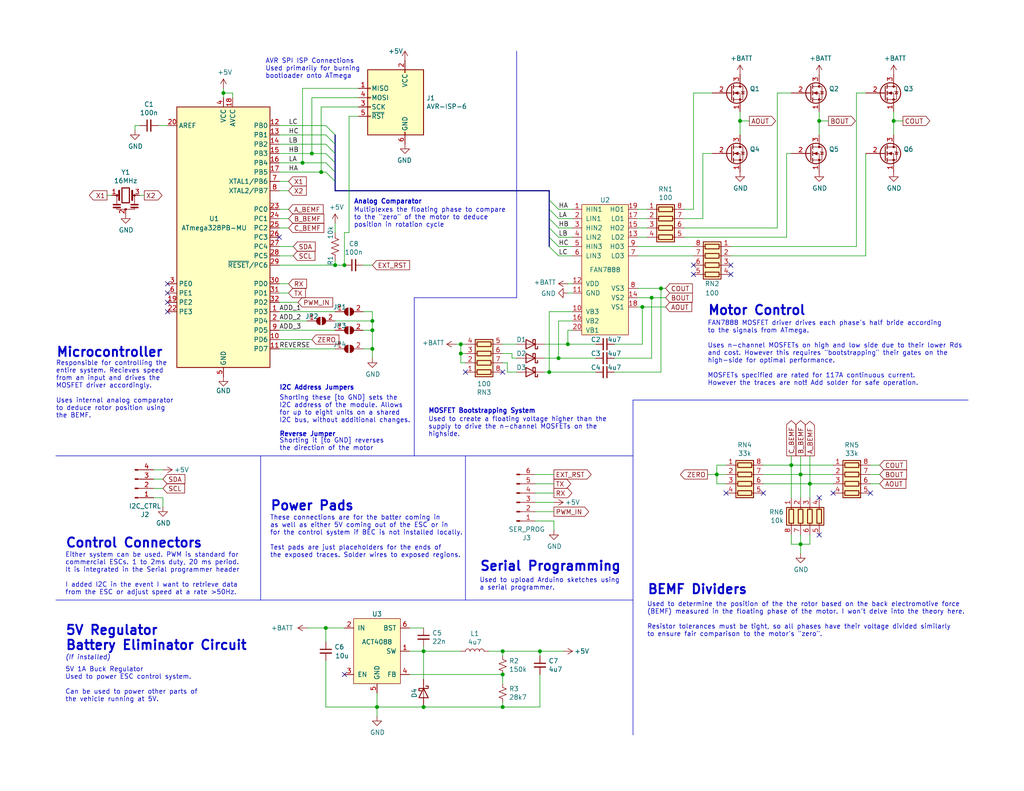
<source format=kicad_sch>
(kicad_sch (version 20230121) (generator eeschema)
  (paper "USLetter")
  (title_block (title "20V 100A BEMF ESC") (date "2020-05-04") (rev "2.1") (company "Savo Bajic") (comment 1 "Based on design from ELECTRONOOBS") (comment 2 "System controlled by PWM or I2C") (comment 3 "Designed for input between 10V and 20V, up to 100A") (comment 4 "Arduino Based BEMF Electric Speed Controller for a Brushless Motor"))
  (lib_symbols
    (symbol "Connector:AVR-ISP-6" (pin_names (offset 1.016))
      (property "Reference" "J" (at -6.35 11.43 0))
      (property "Value" "AVR-ISP-6" (at 0 11.43 0))
      (symbol "AVR-ISP-6_1_1"
        (pin passive line (at 10.16 5.08 180) (length 2.54) (name "MISO") (number "1"))
        (pin passive line (at -2.54 12.7 270) (length 2.54) (name "VCC") (number "2"))
        (pin passive line (at 10.16 0 180) (length 2.54) (name "SCK") (number "3"))
        (pin passive line (at 10.16 2.54 180) (length 2.54) (name "MOSI") (number "4"))
        (pin passive line (at 10.16 -2.54 180) (length 2.54) (name "~{RST}") (number "5"))
        (pin passive line (at -2.54 -10.16 90) (length 2.54) (name "GND") (number "6"))
      )
    )
    (symbol "Connector:Conn_01x04_Pin" (pin_names (offset 1.016) hide)
      (property "Reference" "J" (at 0 5.08 0))
      (property "Value" "Conn_01x04_Pin" (at 0 -7.62 0))
      (symbol "Conn_01x04_Pin_1_1"
        (pin passive line (at 5.08 2.54 180) (length 3.81) (name "Pin_1") (number "1"))
        (pin passive line (at 5.08 0 180) (length 3.81) (name "Pin_2") (number "2"))
        (pin passive line (at 5.08 -2.54 180) (length 3.81) (name "Pin_3") (number "3"))
        (pin passive line (at 5.08 -5.08 180) (length 3.81) (name "Pin_4") (number "4"))
      )
    )
    (symbol "Connector:Conn_01x06_Pin" (pin_names (offset 1.016) hide)
      (property "Reference" "J" (at 0 7.62 0))
      (property "Value" "Conn_01x06_Pin" (at 0 -10.16 0))
      (symbol "Conn_01x06_Pin_1_1"
        (pin passive line (at 5.08 5.08 180) (length 3.81) (name "Pin_1") (number "1"))
        (pin passive line (at 5.08 2.54 180) (length 3.81) (name "Pin_2") (number "2"))
        (pin passive line (at 5.08 0 180) (length 3.81) (name "Pin_3") (number "3"))
        (pin passive line (at 5.08 -2.54 180) (length 3.81) (name "Pin_4") (number "4"))
        (pin passive line (at 5.08 -5.08 180) (length 3.81) (name "Pin_5") (number "5"))
        (pin passive line (at 5.08 -7.62 180) (length 3.81) (name "Pin_6") (number "6"))
      )
    )
    (symbol "Device:C_Small" (pin_numbers hide) (pin_names (offset 0.254) hide)
      (property "Reference" "C" (at 0.254 1.778 0))
      (property "Value" "C_Small" (at 0.254 -2.032 0))
      (symbol "C_Small_1_1"
        (pin passive line (at 0 2.54 270) (length 2.032) (name "~") (number "1"))
        (pin passive line (at 0 -2.54 90) (length 2.032) (name "~") (number "2"))
      )
    )
    (symbol "Device:D_Schottky" (pin_numbers hide) (pin_names (offset 1.016) hide)
      (property "Reference" "D" (at 0 2.54 0))
      (property "Value" "D_Schottky" (at 0 -2.54 0))
      (symbol "D_Schottky_1_1"
        (pin passive line (at -3.81 0 0) (length 2.54) (name "K") (number "1"))
        (pin passive line (at 3.81 0 180) (length 2.54) (name "A") (number "2"))
      )
    )
    (symbol "Device:L" (pin_numbers hide) (pin_names (offset 1.016) hide)
      (property "Reference" "L" (at -1.27 0 90))
      (property "Value" "L" (at 1.905 0 90))
      (symbol "L_1_1"
        (pin passive line (at 0 3.81 270) (length 1.27) (name "1") (number "1"))
        (pin passive line (at 0 -3.81 90) (length 1.27) (name "2") (number "2"))
      )
    )
    (symbol "Device:Q_NMOS_SGD" (pin_names (offset 0) hide)
      (property "Reference" "Q" (at 5.08 1.27 0))
      (property "Value" "Q_NMOS_SGD" (at 5.08 -1.27 0))
      (symbol "Q_NMOS_SGD_1_1"
        (pin passive line (at 2.54 -5.08 90) (length 2.54) (name "S") (number "1"))
        (pin input line (at -5.08 0 0) (length 5.08) (name "G") (number "2"))
        (pin passive line (at 2.54 5.08 270) (length 2.54) (name "D") (number "3"))
      )
    )
    (symbol "Device:R_Pack04" (pin_names (offset 0) hide)
      (property "Reference" "RN" (at -7.62 0 90))
      (property "Value" "R_Pack04" (at 5.08 0 90))
      (symbol "R_Pack04_1_1"
        (pin passive line (at -5.08 -5.08 90) (length 2.54) (name "R1.1") (number "1"))
        (pin passive line (at -2.54 -5.08 90) (length 2.54) (name "R2.1") (number "2"))
        (pin passive line (at 0 -5.08 90) (length 2.54) (name "R3.1") (number "3"))
        (pin passive line (at 2.54 -5.08 90) (length 2.54) (name "R4.1") (number "4"))
        (pin passive line (at 2.54 5.08 270) (length 2.54) (name "R4.2") (number "5"))
        (pin passive line (at 0 5.08 270) (length 2.54) (name "R3.2") (number "6"))
        (pin passive line (at -2.54 5.08 270) (length 2.54) (name "R2.2") (number "7"))
        (pin passive line (at -5.08 5.08 270) (length 2.54) (name "R1.2") (number "8"))
      )
    )
    (symbol "Device:R_Small_US" (pin_numbers hide) (pin_names (offset 0.254) hide)
      (property "Reference" "R" (at 0.762 0.508 0))
      (property "Value" "R_Small_US" (at 0.762 -1.016 0))
      (symbol "R_Small_US_1_1"
        (pin passive line (at 0 2.54 270) (length 1.016) (name "~") (number "1"))
        (pin passive line (at 0 -2.54 90) (length 1.016) (name "~") (number "2"))
      )
    )
    (symbol "Device:R_US" (pin_numbers hide) (pin_names (offset 0))
      (property "Reference" "R" (at 2.54 0 90))
      (property "Value" "R_US" (at -2.54 0 90))
      (symbol "R_US_1_1"
        (pin passive line (at 0 3.81 270) (length 1.27) (name "~") (number "1"))
        (pin passive line (at 0 -3.81 90) (length 1.27) (name "~") (number "2"))
      )
    )
    (symbol "Device:Resonator" (pin_names (offset 1.016) hide)
      (property "Reference" "Y" (at 0 5.715 0))
      (property "Value" "Resonator" (at 0 3.81 0))
      (symbol "Resonator_1_1"
        (pin passive line (at -3.81 0 0) (length 1.27) (name "1") (number "1"))
        (pin passive line (at 0 -5.08 90) (length 1.27) (name "2") (number "2"))
        (pin passive line (at 3.81 0 180) (length 1.27) (name "3") (number "3"))
      )
    )
    (symbol "Jumper:SolderJumper_2_Open" (pin_names (offset 0) hide)
      (property "Reference" "JP" (at 0 2.032 0))
      (property "Value" "SolderJumper_2_Open" (at 0 -2.54 0))
      (symbol "SolderJumper_2_Open_1_1"
        (pin passive line (at -3.81 0 0) (length 2.54) (name "A") (number "1"))
        (pin passive line (at 3.81 0 180) (length 2.54) (name "B") (number "2"))
      )
    )
    (symbol "MCU_Microchip_ATmega:ATmega328PB-M"
      (property "Reference" "U" (at -12.7 36.83 0))
      (property "Value" "ATmega328PB-M" (at 2.54 -36.83 0))
      (symbol "ATmega328PB-M_1_1"
        (pin bidirectional line (at 15.24 -20.32 180) (length 2.54) (name "PD3") (number "1"))
        (pin bidirectional line (at 15.24 -27.94 180) (length 2.54) (name "PD6") (number "10"))
        (pin bidirectional line (at 15.24 -30.48 180) (length 2.54) (name "PD7") (number "11"))
        (pin bidirectional line (at 15.24 30.48 180) (length 2.54) (name "PB0") (number "12"))
        (pin bidirectional line (at 15.24 27.94 180) (length 2.54) (name "PB1") (number "13"))
        (pin bidirectional line (at 15.24 25.4 180) (length 2.54) (name "PB2") (number "14"))
        (pin bidirectional line (at 15.24 22.86 180) (length 2.54) (name "PB3") (number "15"))
        (pin bidirectional line (at 15.24 20.32 180) (length 2.54) (name "PB4") (number "16"))
        (pin bidirectional line (at 15.24 17.78 180) (length 2.54) (name "PB5") (number "17"))
        (pin power_in line (at 2.54 38.1 270) (length 2.54) (name "AVCC") (number "18"))
        (pin bidirectional line (at -15.24 -17.78 0) (length 2.54) (name "PE2") (number "19"))
        (pin bidirectional line (at 15.24 -22.86 180) (length 2.54) (name "PD4") (number "2"))
        (pin passive line (at -15.24 30.48 0) (length 2.54) (name "AREF") (number "20"))
        (pin passive line (at 0 -38.1 90) (length 2.54) hide (name "GND") (number "21"))
        (pin bidirectional line (at -15.24 -20.32 0) (length 2.54) (name "PE3") (number "22"))
        (pin bidirectional line (at 15.24 7.62 180) (length 2.54) (name "PC0") (number "23"))
        (pin bidirectional line (at 15.24 5.08 180) (length 2.54) (name "PC1") (number "24"))
        (pin bidirectional line (at 15.24 2.54 180) (length 2.54) (name "PC2") (number "25"))
        (pin bidirectional line (at 15.24 0 180) (length 2.54) (name "PC3") (number "26"))
        (pin bidirectional line (at 15.24 -2.54 180) (length 2.54) (name "PC4") (number "27"))
        (pin bidirectional line (at 15.24 -5.08 180) (length 2.54) (name "PC5") (number "28"))
        (pin bidirectional line (at 15.24 -7.62 180) (length 2.54) (name "~{RESET}/PC6") (number "29"))
        (pin bidirectional line (at -15.24 -12.7 0) (length 2.54) (name "PE0") (number "3"))
        (pin bidirectional line (at 15.24 -12.7 180) (length 2.54) (name "PD0") (number "30"))
        (pin bidirectional line (at 15.24 -15.24 180) (length 2.54) (name "PD1") (number "31"))
        (pin bidirectional line (at 15.24 -17.78 180) (length 2.54) (name "PD2") (number "32"))
        (pin passive line (at 0 -38.1 90) (length 2.54) hide (name "GND") (number "33"))
        (pin power_in line (at 0 38.1 270) (length 2.54) (name "VCC") (number "4"))
        (pin power_in line (at 0 -38.1 90) (length 2.54) (name "GND") (number "5"))
        (pin bidirectional line (at -15.24 -15.24 0) (length 2.54) (name "PE1") (number "6"))
        (pin bidirectional line (at 15.24 15.24 180) (length 2.54) (name "XTAL1/PB6") (number "7"))
        (pin bidirectional line (at 15.24 12.7 180) (length 2.54) (name "XTAL2/PB7") (number "8"))
        (pin bidirectional line (at 15.24 -25.4 180) (length 2.54) (name "PD5") (number "9"))
      )
    )
    (symbol "esc_parts:ACT4088" (pin_names (offset 1.016))
      (property "Reference" "U" (at 0 10.16 0))
      (property "Value" "ACT4088" (at 0 2.54 0))
      (symbol "ACT4088_1_1"
        (pin power_out line (at 8.89 0 180) (length 2.54) (name "SW") (number "1"))
        (pin power_in line (at -8.89 6.35 0) (length 2.54) (name "IN") (number "2"))
        (pin input line (at -8.89 -6.35 0) (length 2.54) (name "EN") (number "3"))
        (pin input line (at 8.89 -6.35 180) (length 2.54) (name "FB") (number "4"))
        (pin power_in line (at 0 -11.43 90) (length 2.54) (name "GND") (number "5"))
        (pin passive line (at 8.89 6.35 180) (length 2.54) (name "BST") (number "6"))
      )
    )
    (symbol "esc_parts:FAN7888" (pin_names (offset 1.016))
      (property "Reference" "U2" (at 0 19.05 0))
      (property "Value" "FAN7888" (at 0 0 0))
      (symbol "FAN7888_1_1"
        (pin input line (at -8.89 16.51 0) (length 2.54) (name "HIN1") (number "1"))
        (pin passive line (at -8.89 -11.43 0) (length 2.54) (name "VB3") (number "10"))
        (pin power_in line (at -8.89 -6.35 0) (length 2.54) (name "GND") (number "11"))
        (pin power_in line (at -8.89 -3.81 0) (length 2.54) (name "VDD") (number "12"))
        (pin output line (at 8.89 8.89 180) (length 2.54) (name "LO2") (number "13"))
        (pin passive line (at 8.89 -7.62 180) (length 2.54) (name "VS2") (number "14"))
        (pin output line (at 8.89 11.43 180) (length 2.54) (name "HO2") (number "15"))
        (pin passive line (at -8.89 -13.97 0) (length 2.54) (name "VB2") (number "16"))
        (pin output line (at 8.89 13.97 180) (length 2.54) (name "LO1") (number "17"))
        (pin passive line (at 8.89 -10.16 180) (length 2.54) (name "VS1") (number "18"))
        (pin output line (at 8.89 16.51 180) (length 2.54) (name "HO1") (number "19"))
        (pin input line (at -8.89 13.97 0) (length 2.54) (name "LIN1") (number "2"))
        (pin passive line (at -8.89 -16.51 0) (length 2.54) (name "VB1") (number "20"))
        (pin input line (at -8.89 11.43 0) (length 2.54) (name "HIN2") (number "3"))
        (pin input line (at -8.89 8.89 0) (length 2.54) (name "LIN2") (number "4"))
        (pin input line (at -8.89 6.35 0) (length 2.54) (name "HIN3") (number "5"))
        (pin input line (at -8.89 3.81 0) (length 2.54) (name "LIN3") (number "6"))
        (pin output line (at 8.89 3.81 180) (length 2.54) (name "LO3") (number "7"))
        (pin passive line (at 8.89 -5.08 180) (length 2.54) (name "VS3") (number "8"))
        (pin output line (at 8.89 6.35 180) (length 2.54) (name "HO3") (number "9"))
      )
    )
    (symbol "power:+5V" (power) (pin_names (offset 0))
      (property "Value" "+5V" (at 0 3.556 0))
      (symbol "+5V_1_1"
        (pin power_in line (at 0 0 90) (length 0) hide (name "+5V") (number "1"))
      )
    )
    (symbol "power:+BATT" (power) (pin_names (offset 0))
      (property "Value" "+BATT" (at 0 3.556 0))
      (symbol "+BATT_1_1"
        (pin power_in line (at 0 0 90) (length 0) hide (name "+BATT") (number "1"))
      )
    )
    (symbol "power:GND" (power) (pin_names (offset 0))
      (property "Value" "GND" (at 0 -3.81 0))
      (symbol "GND_1_1"
        (pin power_in line (at 0 0 270) (length 0) hide (name "GND") (number "1"))
      )
    )
  )
  (junction (at 137.16 193.04))
  (junction (at 177.8 81.28))
  (junction (at 115.57 193.04))
  (junction (at 180.34 78.74))
  (junction (at 125.73 96.52))
  (junction (at 243.84 33.02))
  (junction (at 147.32 177.8))
  (junction (at 60.96 25.4))
  (junction (at 85.09 41.91))
  (junction (at 93.98 72.39))
  (junction (at 82.55 44.45))
  (junction (at 175.26 83.82))
  (junction (at 91.44 72.39))
  (junction (at 137.16 184.15))
  (junction (at 218.44 148.59))
  (junction (at 149.86 101.6))
  (junction (at 101.6 95.25))
  (junction (at 102.87 193.04))
  (junction (at 195.58 129.54))
  (junction (at 101.6 87.63))
  (junction (at 137.16 177.8))
  (junction (at 220.98 132.08))
  (junction (at 218.44 129.54))
  (junction (at 154.94 93.98))
  (junction (at 87.63 46.99))
  (junction (at 125.73 93.98))
  (junction (at 115.57 177.8))
  (junction (at 223.52 33.02))
  (junction (at 101.6 90.17))
  (junction (at 88.9 171.45))
  (junction (at 201.93 33.02))
  (junction (at 215.9 127))
  (junction (at 152.4 97.79))
  (no_connect (at 189.23 74.93))
  (no_connect (at 93.98 184.15))
  (no_connect (at 227.33 134.62))
  (no_connect (at 223.52 146.05))
  (no_connect (at 137.16 101.6))
  (no_connect (at 45.72 80.01))
  (no_connect (at 45.72 85.09))
  (no_connect (at 45.72 82.55))
  (no_connect (at 189.23 72.39))
  (no_connect (at 76.2 64.77))
  (no_connect (at 199.39 74.93))
  (no_connect (at 127 101.6))
  (no_connect (at 208.28 134.62))
  (no_connect (at 199.39 72.39))
  (no_connect (at 223.52 135.89))
  (no_connect (at 198.12 134.62))
  (no_connect (at 237.49 134.62))
  (no_connect (at 45.72 77.47))
  (bus_entry (at 88.9 44.45) (size 2.54 2.54))
  (bus_entry (at 149.86 57.15) (size 2.54 2.54))
  (bus_entry (at 88.9 46.99) (size 2.54 2.54))
  (bus_entry (at 149.86 54.61) (size 2.54 2.54))
  (bus_entry (at 88.9 41.91) (size 2.54 2.54))
  (bus_entry (at 149.86 59.69) (size 2.54 2.54))
  (bus_entry (at 149.86 62.23) (size 2.54 2.54))
  (bus_entry (at 149.86 67.31) (size 2.54 2.54))
  (bus_entry (at 88.9 34.29) (size 2.54 2.54))
  (bus_entry (at 88.9 39.37) (size 2.54 2.54))
  (bus_entry (at 88.9 36.83) (size 2.54 2.54))
  (bus_entry (at 149.86 64.77) (size 2.54 2.54))
  (wire (pts (xy 195.58 129.54) (xy 195.58 127)))
  (wire (pts (xy 189.23 25.4) (xy 194.31 25.4)))
  (polyline (pts (xy 15.24 124.46) (xy 172.72 124.46)))
  (bus (pts (xy 91.44 39.37) (xy 91.44 41.91)))
  (wire (pts (xy 125.73 93.98) (xy 125.73 96.52)))
  (wire (pts (xy 76.2 82.55) (xy 81.28 82.55)))
  (wire (pts (xy 152.4 67.31) (xy 156.21 67.31)))
  (bus (pts (xy 149.86 54.61) (xy 149.86 57.15)))
  (wire (pts (xy 149.86 85.09) (xy 149.86 101.6)))
  (wire (pts (xy 177.8 97.79) (xy 167.64 97.79)))
  (wire (pts (xy 215.9 127) (xy 227.33 127)))
  (wire (pts (xy 154.94 93.98) (xy 162.56 93.98)))
  (polyline (pts (xy 113.03 81.28) (xy 140.97 81.28)))
  (wire (pts (xy 76.2 44.45) (xy 82.55 44.45)))
  (wire (pts (xy 127 96.52) (xy 125.73 96.52)))
  (wire (pts (xy 193.04 129.54) (xy 195.58 129.54)))
  (wire (pts (xy 156.21 69.85) (xy 152.4 69.85)))
  (wire (pts (xy 102.87 193.04) (xy 102.87 195.58)))
  (wire (pts (xy 76.2 92.71) (xy 85.09 92.71)))
  (wire (pts (xy 236.22 69.85) (xy 199.39 69.85)))
  (wire (pts (xy 154.94 90.17) (xy 156.21 90.17)))
  (wire (pts (xy 173.99 64.77) (xy 176.53 64.77)))
  (wire (pts (xy 38.1 53.34) (xy 39.37 53.34)))
  (wire (pts (xy 76.2 87.63) (xy 83.82 87.63)))
  (wire (pts (xy 156.21 62.23) (xy 152.4 62.23)))
  (wire (pts (xy 76.2 36.83) (xy 88.9 36.83)))
  (wire (pts (xy 115.57 193.04) (xy 137.16 193.04)))
  (wire (pts (xy 82.55 44.45) (xy 82.55 24.13)))
  (wire (pts (xy 151.13 142.24) (xy 151.13 144.78)))
  (wire (pts (xy 173.99 62.23) (xy 176.53 62.23)))
  (wire (pts (xy 78.74 57.15) (xy 76.2 57.15)))
  (wire (pts (xy 139.7 97.79) (xy 139.7 96.52)))
  (wire (pts (xy 102.87 193.04) (xy 115.57 193.04)))
  (wire (pts (xy 208.28 132.08) (xy 220.98 132.08)))
  (wire (pts (xy 88.9 193.04) (xy 102.87 193.04)))
  (wire (pts (xy 233.68 67.31) (xy 233.68 25.4)))
  (wire (pts (xy 243.84 33.02) (xy 243.84 36.83)))
  (wire (pts (xy 44.45 135.89) (xy 44.45 138.43)))
  (wire (pts (xy 152.4 87.63) (xy 152.4 97.79)))
  (wire (pts (xy 215.9 148.59) (xy 218.44 148.59)))
  (wire (pts (xy 215.9 124.46) (xy 215.9 127)))
  (bus (pts (xy 91.44 52.07) (xy 149.86 52.07)))
  (wire (pts (xy 85.09 41.91) (xy 85.09 26.67)))
  (wire (pts (xy 201.93 30.48) (xy 201.93 33.02)))
  (wire (pts (xy 148.59 93.98) (xy 154.94 93.98)))
  (wire (pts (xy 137.16 93.98) (xy 140.97 93.98)))
  (wire (pts (xy 198.12 129.54) (xy 195.58 129.54)))
  (wire (pts (xy 191.77 41.91) (xy 191.77 59.69)))
  (wire (pts (xy 186.69 57.15) (xy 189.23 57.15)))
  (wire (pts (xy 133.35 177.8) (xy 137.16 177.8)))
  (wire (pts (xy 87.63 29.21) (xy 87.63 46.99)))
  (polyline (pts (xy 172.72 109.22) (xy 172.72 200.66)))
  (wire (pts (xy 127 99.06) (xy 125.73 99.06)))
  (wire (pts (xy 88.9 180.34) (xy 88.9 193.04)))
  (wire (pts (xy 152.4 87.63) (xy 156.21 87.63)))
  (wire (pts (xy 78.74 77.47) (xy 76.2 77.47)))
  (wire (pts (xy 218.44 129.54) (xy 218.44 135.89)))
  (wire (pts (xy 41.91 130.81) (xy 44.45 130.81)))
  (wire (pts (xy 78.74 62.23) (xy 76.2 62.23)))
  (wire (pts (xy 76.2 80.01) (xy 78.74 80.01)))
  (wire (pts (xy 115.57 176.53) (xy 115.57 177.8)))
  (bus (pts (xy 149.86 64.77) (xy 149.86 67.31)))
  (wire (pts (xy 176.53 59.69) (xy 173.99 59.69)))
  (wire (pts (xy 43.18 34.29) (xy 45.72 34.29)))
  (wire (pts (xy 208.28 127) (xy 215.9 127)))
  (wire (pts (xy 101.6 87.63) (xy 101.6 90.17)))
  (wire (pts (xy 88.9 175.26) (xy 88.9 171.45)))
  (wire (pts (xy 146.05 142.24) (xy 151.13 142.24)))
  (wire (pts (xy 147.32 177.8) (xy 147.32 179.07)))
  (wire (pts (xy 146.05 129.54) (xy 151.13 129.54)))
  (wire (pts (xy 137.16 193.04) (xy 147.32 193.04)))
  (wire (pts (xy 76.2 46.99) (xy 87.63 46.99)))
  (wire (pts (xy 85.09 41.91) (xy 88.9 41.91)))
  (wire (pts (xy 237.49 132.08) (xy 240.03 132.08)))
  (wire (pts (xy 218.44 148.59) (xy 220.98 148.59)))
  (wire (pts (xy 137.16 179.07) (xy 137.16 177.8)))
  (wire (pts (xy 60.96 24.13) (xy 60.96 25.4)))
  (wire (pts (xy 212.09 62.23) (xy 212.09 25.4)))
  (wire (pts (xy 156.21 80.01) (xy 154.94 80.01)))
  (wire (pts (xy 175.26 83.82) (xy 173.99 83.82)))
  (wire (pts (xy 82.55 24.13) (xy 97.79 24.13)))
  (polyline (pts (xy 140.97 81.28) (xy 140.97 13.97)))
  (wire (pts (xy 88.9 171.45) (xy 93.98 171.45)))
  (wire (pts (xy 115.57 177.8) (xy 125.73 177.8)))
  (wire (pts (xy 167.64 93.98) (xy 175.26 93.98)))
  (wire (pts (xy 215.9 41.91) (xy 214.63 41.91)))
  (wire (pts (xy 99.06 85.09) (xy 101.6 85.09)))
  (wire (pts (xy 215.9 135.89) (xy 215.9 127)))
  (wire (pts (xy 76.2 49.53) (xy 78.74 49.53)))
  (bus (pts (xy 149.86 52.07) (xy 149.86 54.61)))
  (wire (pts (xy 95.25 63.5) (xy 93.98 63.5)))
  (bus (pts (xy 91.44 44.45) (xy 91.44 46.99)))
  (wire (pts (xy 82.55 44.45) (xy 88.9 44.45)))
  (wire (pts (xy 194.31 41.91) (xy 191.77 41.91)))
  (wire (pts (xy 218.44 146.05) (xy 218.44 148.59)))
  (wire (pts (xy 36.83 34.29) (xy 38.1 34.29)))
  (polyline (pts (xy 71.12 124.46) (xy 71.12 163.83)))
  (wire (pts (xy 236.22 41.91) (xy 236.22 69.85)))
  (wire (pts (xy 149.86 101.6) (xy 162.56 101.6)))
  (wire (pts (xy 102.87 189.23) (xy 102.87 193.04)))
  (wire (pts (xy 181.61 83.82) (xy 175.26 83.82)))
  (polyline (pts (xy 127 124.46) (xy 127 163.83)))
  (wire (pts (xy 154.94 77.47) (xy 156.21 77.47)))
  (bus (pts (xy 91.44 49.53) (xy 91.44 52.07)))
  (wire (pts (xy 95.25 31.75) (xy 95.25 63.5)))
  (wire (pts (xy 167.64 101.6) (xy 180.34 101.6)))
  (polyline (pts (xy 113.03 81.28) (xy 113.03 124.46)))
  (wire (pts (xy 99.06 90.17) (xy 101.6 90.17)))
  (wire (pts (xy 152.4 97.79) (xy 162.56 97.79)))
  (wire (pts (xy 63.5 25.4) (xy 63.5 26.67)))
  (bus (pts (xy 149.86 62.23) (xy 149.86 64.77)))
  (wire (pts (xy 137.16 99.06) (xy 138.43 99.06)))
  (wire (pts (xy 180.34 78.74) (xy 173.99 78.74)))
  (wire (pts (xy 195.58 127) (xy 198.12 127)))
  (wire (pts (xy 138.43 101.6) (xy 140.97 101.6)))
  (wire (pts (xy 101.6 95.25) (xy 101.6 97.79)))
  (wire (pts (xy 220.98 132.08) (xy 227.33 132.08)))
  (bus (pts (xy 149.86 59.69) (xy 149.86 62.23)))
  (wire (pts (xy 220.98 124.46) (xy 220.98 132.08)))
  (wire (pts (xy 111.76 171.45) (xy 115.57 171.45)))
  (polyline (pts (xy 172.72 109.22) (xy 264.16 109.22)))
  (wire (pts (xy 173.99 57.15) (xy 176.53 57.15)))
  (wire (pts (xy 41.91 135.89) (xy 44.45 135.89)))
  (wire (pts (xy 181.61 81.28) (xy 177.8 81.28)))
  (wire (pts (xy 147.32 193.04) (xy 147.32 184.15)))
  (wire (pts (xy 146.05 132.08) (xy 151.13 132.08)))
  (wire (pts (xy 76.2 41.91) (xy 85.09 41.91)))
  (wire (pts (xy 152.4 57.15) (xy 156.21 57.15)))
  (wire (pts (xy 87.63 46.99) (xy 88.9 46.99)))
  (wire (pts (xy 41.91 128.27) (xy 44.45 128.27)))
  (wire (pts (xy 149.86 85.09) (xy 156.21 85.09)))
  (wire (pts (xy 115.57 185.42) (xy 115.57 177.8)))
  (wire (pts (xy 199.39 67.31) (xy 233.68 67.31)))
  (wire (pts (xy 91.44 72.39) (xy 91.44 71.12)))
  (wire (pts (xy 140.97 97.79) (xy 139.7 97.79)))
  (wire (pts (xy 101.6 72.39) (xy 99.06 72.39)))
  (wire (pts (xy 177.8 81.28) (xy 177.8 97.79)))
  (wire (pts (xy 237.49 129.54) (xy 240.03 129.54)))
  (wire (pts (xy 87.63 29.21) (xy 97.79 29.21)))
  (wire (pts (xy 60.96 25.4) (xy 60.96 26.67)))
  (wire (pts (xy 76.2 67.31) (xy 80.01 67.31)))
  (wire (pts (xy 218.44 151.13) (xy 218.44 148.59)))
  (wire (pts (xy 148.59 97.79) (xy 152.4 97.79)))
  (wire (pts (xy 147.32 177.8) (xy 153.67 177.8)))
  (wire (pts (xy 97.79 31.75) (xy 95.25 31.75)))
  (wire (pts (xy 76.2 72.39) (xy 91.44 72.39)))
  (wire (pts (xy 137.16 191.77) (xy 137.16 193.04)))
  (wire (pts (xy 173.99 67.31) (xy 189.23 67.31)))
  (wire (pts (xy 152.4 64.77) (xy 156.21 64.77)))
  (bus (pts (xy 149.86 57.15) (xy 149.86 59.69)))
  (wire (pts (xy 246.38 33.02) (xy 243.84 33.02)))
  (wire (pts (xy 175.26 93.98) (xy 175.26 83.82)))
  (wire (pts (xy 76.2 59.69) (xy 78.74 59.69)))
  (wire (pts (xy 214.63 64.77) (xy 186.69 64.77)))
  (wire (pts (xy 101.6 90.17) (xy 101.6 95.25)))
  (wire (pts (xy 124.46 93.98) (xy 125.73 93.98)))
  (wire (pts (xy 125.73 93.98) (xy 127 93.98)))
  (wire (pts (xy 151.13 139.7) (xy 146.05 139.7)))
  (wire (pts (xy 91.44 63.5) (xy 91.44 60.96)))
  (wire (pts (xy 137.16 177.8) (xy 147.32 177.8)))
  (wire (pts (xy 201.93 33.02) (xy 201.93 36.83)))
  (wire (pts (xy 191.77 59.69) (xy 186.69 59.69)))
  (wire (pts (xy 198.12 132.08) (xy 195.58 132.08)))
  (wire (pts (xy 195.58 132.08) (xy 195.58 129.54)))
  (wire (pts (xy 88.9 171.45) (xy 83.82 171.45)))
  (bus (pts (xy 91.44 41.91) (xy 91.44 44.45)))
  (wire (pts (xy 152.4 59.69) (xy 156.21 59.69)))
  (wire (pts (xy 60.96 25.4) (xy 63.5 25.4)))
  (wire (pts (xy 76.2 39.37) (xy 88.9 39.37)))
  (wire (pts (xy 91.44 87.63) (xy 101.6 87.63)))
  (wire (pts (xy 204.47 33.02) (xy 201.93 33.02)))
  (wire (pts (xy 173.99 81.28) (xy 177.8 81.28)))
  (wire (pts (xy 180.34 101.6) (xy 180.34 78.74)))
  (wire (pts (xy 181.61 78.74) (xy 180.34 78.74)))
  (polyline (pts (xy 15.24 163.83) (xy 172.72 163.83)))
  (wire (pts (xy 215.9 146.05) (xy 215.9 148.59)))
  (wire (pts (xy 78.74 52.07) (xy 76.2 52.07)))
  (wire (pts (xy 76.2 95.25) (xy 91.44 95.25)))
  (wire (pts (xy 223.52 30.48) (xy 223.52 33.02)))
  (wire (pts (xy 226.06 33.02) (xy 223.52 33.02)))
  (wire (pts (xy 93.98 72.39) (xy 91.44 72.39)))
  (wire (pts (xy 111.76 184.15) (xy 137.16 184.15)))
  (wire (pts (xy 138.43 99.06) (xy 138.43 101.6)))
  (wire (pts (xy 223.52 33.02) (xy 223.52 36.83)))
  (wire (pts (xy 44.45 133.35) (xy 41.91 133.35)))
  (wire (pts (xy 76.2 69.85) (xy 80.01 69.85)))
  (wire (pts (xy 214.63 41.91) (xy 214.63 64.77)))
  (wire (pts (xy 76.2 34.29) (xy 88.9 34.29)))
  (wire (pts (xy 93.98 63.5) (xy 93.98 72.39)))
  (wire (pts (xy 36.83 35.56) (xy 36.83 34.29)))
  (wire (pts (xy 146.05 137.16) (xy 151.13 137.16)))
  (wire (pts (xy 125.73 96.52) (xy 125.73 99.06)))
  (bus (pts (xy 91.44 46.99) (xy 91.44 49.53)))
  (wire (pts (xy 148.59 101.6) (xy 149.86 101.6)))
  (wire (pts (xy 76.2 85.09) (xy 91.44 85.09)))
  (wire (pts (xy 220.98 132.08) (xy 220.98 135.89)))
  (wire (pts (xy 212.09 25.4) (xy 215.9 25.4)))
  (wire (pts (xy 189.23 69.85) (xy 173.99 69.85)))
  (wire (pts (xy 29.21 53.34) (xy 30.48 53.34)))
  (wire (pts (xy 220.98 148.59) (xy 220.98 146.05)))
  (wire (pts (xy 111.76 177.8) (xy 115.57 177.8)))
  (wire (pts (xy 243.84 30.48) (xy 243.84 33.02)))
  (wire (pts (xy 218.44 129.54) (xy 208.28 129.54)))
  (wire (pts (xy 146.05 134.62) (xy 151.13 134.62)))
  (wire (pts (xy 227.33 129.54) (xy 218.44 129.54)))
  (wire (pts (xy 137.16 184.15) (xy 137.16 186.69)))
  (wire (pts (xy 154.94 90.17) (xy 154.94 93.98)))
  (wire (pts (xy 99.06 95.25) (xy 101.6 95.25)))
  (bus (pts (xy 91.44 36.83) (xy 91.44 39.37)))
  (wire (pts (xy 218.44 124.46) (xy 218.44 129.54)))
  (wire (pts (xy 237.49 127) (xy 240.03 127)))
  (wire (pts (xy 76.2 90.17) (xy 91.44 90.17)))
  (wire (pts (xy 186.69 62.23) (xy 212.09 62.23)))
  (wire (pts (xy 189.23 57.15) (xy 189.23 25.4)))
  (wire (pts (xy 85.09 26.67) (xy 97.79 26.67)))
  (wire (pts (xy 233.68 25.4) (xy 236.22 25.4)))
  (wire (pts (xy 101.6 85.09) (xy 101.6 87.63)))
  (wire (pts (xy 139.7 96.52) (xy 137.16 96.52)))
  (text "Serial Programming" (at 130.81 156.21 0) (effects (font (size 2.54 2.54) (thickness 0.508) bold) (justify left bottom)))
  (text "5V 1A Buck Regulator\nUsed to power ESC control system. \n\nCan be used to power other parts of\nthe vehicle running at 5V." (at 17.78 191.77 0) (effects (font (size 1.27 1.27)) (justify left bottom)))
  (text "AVR SPI ISP Connections\nUsed primarily for burning\nbootloader onto ATmega" (at 72.39 21.59 0) (effects (font (size 1.27 1.27)) (justify left bottom)))
  (text "BEMF Dividers" (at 176.53 162.56 0) (effects (font (size 2.54 2.54) (thickness 0.508) bold) (justify left bottom)))
  (text "Analog Comparator" (at 96.52 55.88 0) (effects (font (size 1.27 1.27) (thickness 0.254) bold) (justify left bottom)))
  (text "Used to upload Arduino sketches using\na serial programmer." (at 130.81 161.29 0) (effects (font (size 1.27 1.27)) (justify left bottom)))
  (text "Shorting it [to GND] reverses\nthe direction of the motor" (at 76.2 123.19 0) (effects (font (size 1.27 1.27)) (justify left bottom)))
  (text "Reverse Jumper" (at 76.2 119.38 0) (effects (font (size 1.27 1.27) (thickness 0.254) bold) (justify left bottom)))
  (text "Shorting these [to GND] sets the\nI2C address of the module. Allows\nfor up to eight units on a shared\nI2C bus, without additional changes." (at 76.2 115.57 0) (effects (font (size 1.27 1.27)) (justify left bottom)))
  (text "These connections are for the batter coming in\nas well as either 5V coming out of the ESC or in\nfor the control system if BEC is not installed locally.\n\nTest pads are just placeholders for the ends of \nthe exposed traces. Solder wires to exposed regions." (at 73.66 152.4 0) (effects (font (size 1.27 1.27)) (justify left bottom)))
  (text "Responsible for controlling the\nentire system. Recieves speed\nfrom an input and drives the\nMOSFET driver accordingly.\n\nUses internal analog comparator\nto deduce rotor position using\nthe BEMF." (at 15.24 114.3 0) (effects (font (size 1.27 1.27)) (justify left bottom)))
  (text "Used to determine the position of the the rotor based on the back electromotive force\n(BEMF) measured in the floating phase of the motor. I won't delve into the theory here.\n\nResistor tolerances must be tight, so all phases have their voltage divided similarly\nto ensure fair comparison to the motor's \"zero\"." (at 176.53 173.99 0) (effects (font (size 1.27 1.27)) (justify left bottom)))
  (text "Control Connectors" (at 17.78 149.86 0) (effects (font (size 2.54 2.54) (thickness 0.508) bold) (justify left bottom)))
  (text "Microcontroller" (at 15.24 97.79 0) (effects (font (size 2.54 2.54) (thickness 0.508) bold) (justify left bottom)))
  (text "(If installed)" (at 17.78 180.34 0) (effects (font (size 1.27 1.27) italic) (justify left bottom)))
  (text "FAN7888 MOSFET driver drives each phase's half bride according\nto the signals from ATmega.\n\nUses n-channel MOSFETs on high and low side due to their lower Rds\nand cost. However this requires \"bootstrapping\" their gates on the \nhigh-side for optimal performance.\n\nMOSFETs specified are rated for 117A continuous current.\nHowever the traces are not! Add solder for safe operation." (at 193.04 105.41 0) (effects (font (size 1.27 1.27)) (justify left bottom)))
  (text "Either system can be used. PWM is standard for\ncommercial ESCs. 1 to 2ms duty, 20 ms period.\nIt is integrated in the Serial programmer header\n\nI added I2C in the event I want to retrieve data\nfrom the ESC or adjust speed at a rate >50Hz." (at 17.78 162.56 0) (effects (font (size 1.27 1.27)) (justify left bottom)))
  (text "Used to create a floating voltage higher than the\nsupply to drive the n-channel MOSFETs on the\nhighside." (at 116.84 119.38 0) (effects (font (size 1.27 1.27)) (justify left bottom)))
  (text "Motor Control" (at 193.04 86.36 0) (effects (font (size 2.54 2.54) (thickness 0.508) bold) (justify left bottom)))
  (text "5V Regulator\nBattery Eliminator Circuit" (at 17.78 177.8 0) (effects (font (size 2.54 2.54) (thickness 0.508) bold) (justify left bottom)))
  (text "I2C Address Jumpers" (at 76.2 106.68 0) (effects (font (size 1.27 1.27) (thickness 0.254) bold) (justify left bottom)))
  (text "MOSFET Bootstrapping System" (at 116.84 113.03 0) (effects (font (size 1.27 1.27) (thickness 0.254) bold) (justify left bottom)))
  (text "Power Pads" (at 73.66 139.7 0) (effects (font (size 2.54 2.54) (thickness 0.508) bold) (justify left bottom)))
  (text "Multiplexes the floating phase to compare\nto the \"zero\" of the motor to deduce\nposition in rotation cycle" (at 96.52 62.23 0) (effects (font (size 1.27 1.27)) (justify left bottom)))
  (label "LA" (at 152.4 59.69 0))
  (label "LC" (at 152.4 69.85 0))
  (label "LA" (at 78.74 44.45 0))
  (label "ADD_3" (at 76.2 90.17 0))
  (label "HB" (at 152.4 62.23 0))
  (label "REVERSE" (at 76.2 95.25 0))
  (label "HC" (at 78.74 36.83 0))
  (label "ADD_2" (at 76.2 87.63 0))
  (label "HC" (at 152.4 67.31 0))
  (label "LC" (at 78.74 34.29 0))
  (label "LB" (at 152.4 64.77 0))
  (label "ADD_1" (at 76.2 85.09 0))
  (label "HA" (at 78.74 46.99 0))
  (label "HB" (at 78.74 41.91 0))
  (label "LB" (at 78.74 39.37 0))
  (label "HA" (at 152.4 57.15 0))
  (global_label "ZERO" (shape input) (at 85.09 92.71 0) (property "Intersheetrefs" "${INTERSHEET_REFS}" (effects hide)))
  (global_label "SCL" (shape input) (at 44.45 133.35 0) (property "Intersheetrefs" "${INTERSHEET_REFS}" (effects hide)))
  (global_label "AOUT" (shape input) (at 240.03 132.08 0) (property "Intersheetrefs" "${INTERSHEET_REFS}" (effects hide)))
  (global_label "PWM_IN" (shape output) (at 151.13 139.7 0) (property "Intersheetrefs" "${INTERSHEET_REFS}" (effects hide)))
  (global_label "COUT" (shape input) (at 181.61 78.74 0) (property "Intersheetrefs" "${INTERSHEET_REFS}" (effects hide)))
  (global_label "C_BEMF" (shape input) (at 78.74 62.23 0) (property "Intersheetrefs" "${INTERSHEET_REFS}" (effects hide)))
  (global_label "PWM_IN" (shape input) (at 81.28 82.55 0) (property "Intersheetrefs" "${INTERSHEET_REFS}" (effects hide)))
  (global_label "SDA" (shape input) (at 44.45 130.81 0) (property "Intersheetrefs" "${INTERSHEET_REFS}" (effects hide)))
  (global_label "RX" (shape output) (at 151.13 134.62 0) (property "Intersheetrefs" "${INTERSHEET_REFS}" (effects hide)))
  (global_label "COUT" (shape output) (at 246.38 33.02 0) (property "Intersheetrefs" "${INTERSHEET_REFS}" (effects hide)))
  (global_label "X1" (shape input) (at 78.74 49.53 0) (property "Intersheetrefs" "${INTERSHEET_REFS}" (effects hide)))
  (global_label "C_BEMF" (shape output) (at 215.9 124.46 90) (property "Intersheetrefs" "${INTERSHEET_REFS}" (effects hide)))
  (global_label "AOUT" (shape output) (at 204.47 33.02 0) (property "Intersheetrefs" "${INTERSHEET_REFS}" (effects hide)))
  (global_label "SCL" (shape input) (at 80.01 69.85 0) (property "Intersheetrefs" "${INTERSHEET_REFS}" (effects hide)))
  (global_label "BOUT" (shape output) (at 226.06 33.02 0) (property "Intersheetrefs" "${INTERSHEET_REFS}" (effects hide)))
  (global_label "RX" (shape input) (at 78.74 77.47 0) (property "Intersheetrefs" "${INTERSHEET_REFS}" (effects hide)))
  (global_label "COUT" (shape input) (at 240.03 127 0) (property "Intersheetrefs" "${INTERSHEET_REFS}" (effects hide)))
  (global_label "BOUT" (shape input) (at 181.61 81.28 0) (property "Intersheetrefs" "${INTERSHEET_REFS}" (effects hide)))
  (global_label "X1" (shape output) (at 29.21 53.34 180) (property "Intersheetrefs" "${INTERSHEET_REFS}" (effects hide)))
  (global_label "BOUT" (shape input) (at 240.03 129.54 0) (property "Intersheetrefs" "${INTERSHEET_REFS}" (effects hide)))
  (global_label "EXT_RST" (shape input) (at 101.6 72.39 0) (property "Intersheetrefs" "${INTERSHEET_REFS}" (effects hide)))
  (global_label "B_BEMF" (shape output) (at 218.44 124.46 90) (property "Intersheetrefs" "${INTERSHEET_REFS}" (effects hide)))
  (global_label "B_BEMF" (shape input) (at 78.74 59.69 0) (property "Intersheetrefs" "${INTERSHEET_REFS}" (effects hide)))
  (global_label "EXT_RST" (shape output) (at 151.13 129.54 0) (property "Intersheetrefs" "${INTERSHEET_REFS}" (effects hide)))
  (global_label "X2" (shape output) (at 39.37 53.34 0) (property "Intersheetrefs" "${INTERSHEET_REFS}" (effects hide)))
  (global_label "TX" (shape input) (at 78.74 80.01 0) (property "Intersheetrefs" "${INTERSHEET_REFS}" (effects hide)))
  (global_label "A_BEMF" (shape output) (at 220.98 124.46 90) (property "Intersheetrefs" "${INTERSHEET_REFS}" (effects hide)))
  (global_label "SDA" (shape input) (at 80.01 67.31 0) (property "Intersheetrefs" "${INTERSHEET_REFS}" (effects hide)))
  (global_label "AOUT" (shape input) (at 181.61 83.82 0) (property "Intersheetrefs" "${INTERSHEET_REFS}" (effects hide)))
  (global_label "A_BEMF" (shape input) (at 78.74 57.15 0) (property "Intersheetrefs" "${INTERSHEET_REFS}" (effects hide)))
  (global_label "ZERO" (shape output) (at 193.04 129.54 180) (property "Intersheetrefs" "${INTERSHEET_REFS}" (effects hide)))
  (global_label "X2" (shape input) (at 78.74 52.07 0) (property "Intersheetrefs" "${INTERSHEET_REFS}" (effects hide)))
  (global_label "TX" (shape output) (at 151.13 132.08 0) (property "Intersheetrefs" "${INTERSHEET_REFS}" (effects hide)))
  (symbol (lib_id "power:GND") (at 60.96 102.87 0) (unit 1)
    (property "Reference" "#PWR015" (effects hide))
    (property "Value" "GND" (at 60.96 106.68 0))
  )
  (symbol (lib_id "Device:Q_NMOS_SGD") (at 199.39 25.4 0) (unit 1)
    (property "Reference" "Q1" (at 204.5716 24.2316 0) (effects (justify left)))
    (property "Value" "Q_NMOS_SGD" (effects hide))
    (property "Footprint" "esc:TPN2R903PLL1Q" (effects hide))
  )
  (symbol (lib_id "Device:Q_NMOS_SGD") (at 199.39 41.91 0) (unit 1)
    (property "Reference" "Q4" (at 204.5716 40.7416 0) (effects (justify left)))
    (property "Value" "Q_NMOS_SGD" (effects hide))
    (property "Footprint" "esc:TPN2R903PLL1Q" (effects hide))
  )
  (symbol (lib_id "power:+5V") (at 60.96 24.13 0) (unit 1)
    (property "Reference" "#PWR04" (effects hide))
    (property "Value" "+5V" (at 61.341 19.7358 0))
  )
  (symbol (lib_id "Device:Resonator") (at 34.29 53.34 0) (unit 1)
    (property "Reference" "Y1" (at 34.29 47.0408 0))
    (property "Value" "16MHz" (at 34.29 49.3522 0))
    (property "Footprint" "Crystal:Resonator_SMD_muRata_CSTxExxV-3Pin_3.0x1.1mm" (effects hide))
  )
  (symbol (lib_id "esc_parts:FAN7888") (at 165.1 73.66 0) (unit 1)
    (property "Reference" "U2" (at 165.1 54.61 0))
    (property "Value" "FAN7888" (at 165.1 73.66 0))
    (property "Footprint" "Package_SO:SOIC-20W_7.5x12.8mm_P1.27mm" (effects hide))
    (property "Datasheet" "https://www.onsemi.com/pdf/datasheet/fan7888-d.pdf" (effects hide))
  )
  (symbol (lib_id "Device:R_Pack04") (at 181.61 62.23 270) (unit 1)
    (property "Reference" "RN1" (at 181.61 51.6382 90))
    (property "Value" "100" (at 181.61 53.9496 90))
    (property "Footprint" "Resistor_SMD:R_Array_Convex_4x0402" (effects hide))
  )
  (symbol (lib_id "Device:R_Pack04") (at 194.31 72.39 90) (mirror x) (unit 1)
    (property "Reference" "RN2" (at 194.31 77.47 90))
    (property "Value" "100" (at 194.31 80.01 90))
    (property "Footprint" "Resistor_SMD:R_Array_Convex_4x0402" (effects hide))
  )
  (symbol (lib_id "Device:R_Pack04") (at 132.08 96.52 270) (mirror x) (unit 1)
    (property "Reference" "RN3" (at 132.08 107.1118 90))
    (property "Value" "100" (at 132.08 104.8004 90))
    (property "Footprint" "Resistor_SMD:R_Array_Convex_4x0402" (effects hide))
  )
  (symbol (lib_id "Device:R_Pack04") (at 203.2 132.08 270) (unit 1)
    (property "Reference" "RN4" (at 203.2 121.4882 90))
    (property "Value" "33k" (at 203.2 123.7996 90))
    (property "Footprint" "Resistor_SMD:R_Array_Convex_4x0402" (effects hide))
  )
  (symbol (lib_id "Device:R_Pack04") (at 232.41 132.08 270) (unit 1)
    (property "Reference" "RN5" (at 232.41 121.4882 90))
    (property "Value" "33k" (at 232.41 123.7996 90))
    (property "Footprint" "Resistor_SMD:R_Array_Convex_4x0402" (effects hide))
  )
  (symbol (lib_id "Device:R_Pack04") (at 220.98 140.97 0) (mirror x) (unit 1)
    (property "Reference" "RN6" (at 213.868 139.8016 0) (effects (justify right)))
    (property "Value" "10k" (at 213.868 142.113 0) (effects (justify right)))
    (property "Footprint" "Resistor_SMD:R_Array_Convex_4x0402" (effects hide))
  )
  (symbol (lib_id "Device:D_Schottky") (at 144.78 93.98 180) (unit 1)
    (property "Reference" "D1" (at 142.24 92.71 0))
    (property "Value" "0v8" (effects hide))
    (property "Footprint" "Diode_SMD:D_SOD-323" (effects hide))
  )
  (symbol (lib_id "Device:D_Schottky") (at 144.78 97.79 180) (unit 1)
    (property "Reference" "D2" (at 142.24 96.52 0))
    (property "Value" "0v8" (effects hide))
    (property "Footprint" "Diode_SMD:D_SOD-323" (effects hide))
  )
  (symbol (lib_id "Device:D_Schottky") (at 144.78 101.6 180) (unit 1)
    (property "Reference" "D3" (at 142.24 100.33 0))
    (property "Value" "0v8" (effects hide))
    (property "Footprint" "Diode_SMD:D_SOD-323" (effects hide))
  )
  (symbol (lib_id "power:GND") (at 218.44 151.13 0) (unit 1)
    (property "Reference" "#PWR018" (effects hide))
    (property "Value" "GND" (at 218.567 155.5242 0))
  )
  (symbol (lib_id "Device:R_US") (at 91.44 67.31 0) (unit 1)
    (property "Reference" "R1" (at 90.17 71.12 90))
    (property "Value" "10k" (at 90.17 63.5 90))
    (property "Footprint" "Resistor_SMD:R_0402_1005Metric" (effects hide))
  )
  (symbol (lib_id "Device:C_Small") (at 165.1 93.98 270) (unit 1)
    (property "Reference" "C2" (at 162.56 92.71 90))
    (property "Value" "4u7" (at 167.64 92.71 90))
    (property "Footprint" "Capacitor_SMD:C_0805_2012Metric" (effects hide))
  )
  (symbol (lib_id "Device:C_Small") (at 165.1 97.79 270) (unit 1)
    (property "Reference" "C3" (at 162.56 96.52 90))
    (property "Value" "4u7" (at 167.64 96.52 90))
    (property "Footprint" "Capacitor_SMD:C_0805_2012Metric" (effects hide))
  )
  (symbol (lib_id "Device:C_Small") (at 165.1 101.6 270) (unit 1)
    (property "Reference" "C4" (at 162.56 100.33 90))
    (property "Value" "4u7" (at 167.64 100.33 90))
    (property "Footprint" "Capacitor_SMD:C_0805_2012Metric" (effects hide))
  )
  (symbol (lib_id "power:GND") (at 154.94 80.01 270) (unit 1)
    (property "Reference" "#PWR012" (effects hide))
    (property "Value" "GND" (at 151.6888 80.137 90) (effects (justify right)))
  )
  (symbol (lib_id "power:+BATT") (at 154.94 77.47 90) (unit 1)
    (property "Reference" "#PWR011" (effects hide))
    (property "Value" "+BATT" (at 151.7142 77.089 90) (effects (justify left)))
  )
  (symbol (lib_id "power:GND") (at 201.93 46.99 0) (unit 1)
    (property "Reference" "#PWR06" (effects hide))
    (property "Value" "GND" (at 202.057 51.3842 0))
  )
  (symbol (lib_id "power:GND") (at 223.52 46.99 0) (unit 1)
    (property "Reference" "#PWR07" (effects hide))
    (property "Value" "GND" (at 223.647 51.3842 0))
  )
  (symbol (lib_id "power:GND") (at 243.84 46.99 0) (unit 1)
    (property "Reference" "#PWR08" (effects hide))
    (property "Value" "GND" (at 243.967 51.3842 0))
  )
  (symbol (lib_id "power:+BATT") (at 201.93 20.32 0) (unit 1)
    (property "Reference" "#PWR01" (effects hide))
    (property "Value" "+BATT" (at 202.311 15.9258 0))
  )
  (symbol (lib_id "power:+BATT") (at 223.52 20.32 0) (unit 1)
    (property "Reference" "#PWR02" (effects hide))
    (property "Value" "+BATT" (at 223.901 15.9258 0))
  )
  (symbol (lib_id "power:+BATT") (at 243.84 20.32 0) (unit 1)
    (property "Reference" "#PWR03" (effects hide))
    (property "Value" "+BATT" (at 244.221 15.9258 0))
  )
  (symbol (lib_id "power:+BATT") (at 124.46 93.98 90) (unit 1)
    (property "Reference" "#PWR014" (effects hide))
    (property "Value" "+BATT" (at 121.2342 93.599 90) (effects (justify left)))
  )
  (symbol (lib_id "Device:Q_NMOS_SGD") (at 220.98 25.4 0) (unit 1)
    (property "Reference" "Q2" (at 226.1616 24.2316 0) (effects (justify left)))
    (property "Value" "Q_NMOS_SGD" (effects hide))
    (property "Footprint" "esc:TPN2R903PLL1Q" (effects hide))
  )
  (symbol (lib_id "Device:Q_NMOS_SGD") (at 220.98 41.91 0) (unit 1)
    (property "Reference" "Q5" (at 226.1616 40.7416 0) (effects (justify left)))
    (property "Value" "Q_NMOS_SGD" (effects hide))
    (property "Footprint" "esc:TPN2R903PLL1Q" (effects hide))
  )
  (symbol (lib_id "Device:Q_NMOS_SGD") (at 241.3 25.4 0) (unit 1)
    (property "Reference" "Q3" (at 246.4816 24.2316 0) (effects (justify left)))
    (property "Value" "Q_NMOS_SGD" (effects hide))
    (property "Footprint" "esc:TPN2R903PLL1Q" (effects hide))
  )
  (symbol (lib_id "Device:Q_NMOS_SGD") (at 241.3 41.91 0) (unit 1)
    (property "Reference" "Q6" (at 246.4816 40.7416 0) (effects (justify left)))
    (property "Value" "Q_NMOS_SGD" (effects hide))
    (property "Footprint" "esc:TPN2R903PLL1Q" (effects hide))
  )
  (symbol (lib_id "Device:C_Small") (at 96.52 72.39 90) (unit 1)
    (property "Reference" "C8" (at 96.52 66.5734 90))
    (property "Value" "100n" (at 96.52 68.8848 90))
    (property "Footprint" "Capacitor_SMD:C_0402_1005Metric" (effects hide))
  )
  (symbol (lib_id "power:+5V") (at 110.49 16.51 0) (mirror y) (unit 1)
    (property "Reference" "#PWR0109" (effects hide))
    (property "Value" "+5V" (at 107.95 13.97 0))
  )
  (symbol (lib_id "power:GND") (at 110.49 39.37 0) (mirror y) (unit 1)
    (property "Reference" "#PWR0110" (effects hide))
    (property "Value" "GND" (at 110.363 43.7642 0))
  )
  (symbol (lib_id "power:GND") (at 44.45 138.43 0) (unit 1)
    (property "Reference" "#PWR0101" (effects hide))
    (property "Value" "GND" (at 44.577 142.8242 0))
  )
  (symbol (lib_id "Jumper:SolderJumper_2_Open") (at 95.25 95.25 0) (unit 1)
    (property "Reference" "JP4" (at 92.71 93.98 0))
    (property "Value" "REV" (effects hide))
    (property "Footprint" "Jumper:SolderJumper-2_P1.3mm_Open_TrianglePad1.0x1.5mm" (effects hide))
  )
  (symbol (lib_id "power:GND") (at 34.29 58.42 0) (unit 1)
    (property "Reference" "#PWR09" (effects hide))
    (property "Value" "GND" (at 34.417 62.8142 0))
  )
  (symbol (lib_id "Connector:Conn_01x06_Pin") (at 140.97 137.16 0) (mirror x) (unit 1)
    (property "Reference" "J3" (at 143.7132 146.8374 0))
    (property "Value" "SER_PROG" (at 143.7132 144.526 0))
    (property "Footprint" "Connector_PinSocket_2.54mm:PinSocket_1x06_P2.54mm_Vertical" (effects hide))
  )
  (symbol (lib_id "power:GND") (at 151.13 144.78 0) (unit 1)
    (property "Reference" "#PWR0102" (effects hide))
    (property "Value" "GND" (at 151.257 149.1742 0))
  )
  (symbol (lib_id "power:+5V") (at 151.13 137.16 270) (unit 1)
    (property "Reference" "#PWR0103" (effects hide))
    (property "Value" "+5V" (at 156.21 137.16 90))
  )
  (symbol (lib_id "power:+5V") (at 91.44 60.96 0) (unit 1)
    (property "Reference" "#PWR010" (effects hide))
    (property "Value" "+5V" (at 91.821 56.5658 0))
  )
  (symbol (lib_id "Connector:Conn_01x04_Pin") (at 36.83 133.35 0) (mirror x) (unit 1)
    (property "Reference" "J2" (at 39.5732 140.4874 0))
    (property "Value" "I2C_CTRL" (at 39.5732 138.176 0))
    (property "Footprint" "Connector_PinHeader_2.54mm:PinHeader_1x04_P2.54mm_Vertical" (effects hide))
  )
  (symbol (lib_id "power:+5V") (at 44.45 128.27 270) (unit 1)
    (property "Reference" "#PWR0106" (effects hide))
    (property "Value" "+5V" (at 49.53 128.27 90))
  )
  (symbol (lib_id "Device:C_Small") (at 40.64 34.29 90) (unit 1)
    (property "Reference" "C1" (at 40.64 28.4734 90))
    (property "Value" "100n" (at 40.64 30.7848 90))
    (property "Footprint" "Capacitor_SMD:C_0402_1005Metric" (effects hide))
  )
  (symbol (lib_id "power:GND") (at 36.83 35.56 0) (unit 1)
    (property "Reference" "#PWR05" (effects hide))
    (property "Value" "GND" (at 36.957 39.9542 0))
  )
  (symbol (lib_id "esc_parts:ACT4088") (at 102.87 177.8 0) (unit 1)
    (property "Reference" "U3" (at 102.87 167.64 0))
    (property "Value" "ACT4088" (at 102.87 175.26 0))
    (property "Footprint" "Package_TO_SOT_SMD:SOT-23-6" (effects hide))
    (property "Datasheet" "https://www.qorvo.com/products/d/da006760" (effects hide))
  )
  (symbol (lib_id "power:+BATT") (at 83.82 171.45 90) (unit 1)
    (property "Reference" "#PWR016" (effects hide))
    (property "Value" "+BATT" (at 80.01 171.45 90) (effects (justify left)))
  )
  (symbol (lib_id "Device:C_Small") (at 88.9 177.8 0) (mirror y) (unit 1)
    (property "Reference" "C6" (at 91.2368 176.6316 0) (effects (justify right)))
    (property "Value" "10u" (at 91.44 179.07 0) (effects (justify right)))
    (property "Footprint" "Capacitor_SMD:C_0805_2012Metric" (effects hide))
  )
  (symbol (lib_id "Device:C_Small") (at 115.57 173.99 0) (unit 1)
    (property "Reference" "C5" (at 117.9068 172.8216 0) (effects (justify left)))
    (property "Value" "22n" (at 117.9068 175.133 0) (effects (justify left)))
    (property "Footprint" "Capacitor_SMD:C_0402_1005Metric" (effects hide))
  )
  (symbol (lib_id "Device:C_Small") (at 147.32 181.61 0) (unit 1)
    (property "Reference" "C7" (at 149.6568 180.4416 0) (effects (justify left)))
    (property "Value" "4u7" (at 149.6568 182.753 0) (effects (justify left)))
    (property "Footprint" "Capacitor_SMD:C_0805_2012Metric" (effects hide))
  )
  (symbol (lib_id "Device:R_Small_US") (at 137.16 189.23 180) (unit 1)
    (property "Reference" "R3" (at 138.8872 188.0616 0) (effects (justify right)))
    (property "Value" "28k7" (at 138.8872 190.373 0) (effects (justify right)))
    (property "Footprint" "Resistor_SMD:R_0402_1005Metric" (effects hide))
  )
  (symbol (lib_id "Device:R_Small_US") (at 137.16 181.61 180) (unit 1)
    (property "Reference" "R2" (at 138.8872 180.4416 0) (effects (justify right)))
    (property "Value" "150k" (at 138.8872 182.753 0) (effects (justify right)))
    (property "Footprint" "Resistor_SMD:R_0402_1005Metric" (effects hide))
  )
  (symbol (lib_id "Device:D_Schottky") (at 115.57 189.23 270) (unit 1)
    (property "Reference" "D4" (at 113.03 189.23 0))
    (property "Value" "0v8" (effects hide))
    (property "Footprint" "Diode_SMD:D_SOD-323" (effects hide))
  )
  (symbol (lib_id "Device:L") (at 129.54 177.8 90) (unit 1)
    (property "Reference" "L1" (at 129.54 172.974 90))
    (property "Value" "4u7" (at 129.54 175.2854 90))
    (property "Footprint" "Inductor_SMD:L_Taiyo-Yuden_NR-30xx" (effects hide))
  )
  (symbol (lib_id "Connector:AVR-ISP-6") (at 107.95 29.21 0) (mirror y) (unit 1)
    (property "Reference" "J1" (at 116.332 26.7716 0) (effects (justify right)))
    (property "Value" "AVR-ISP-6" (at 116.332 29.083 0) (effects (justify right)))
    (property "Footprint" "Connector_PinHeader_2.54mm:PinHeader_2x03_P2.54mm_Vertical_SMD" (effects hide))
    (property "Datasheet" " ~" (effects hide))
  )
  (symbol (lib_id "power:GND") (at 102.87 195.58 0) (unit 1)
    (property "Reference" "#PWR019" (effects hide))
    (property "Value" "GND" (at 102.997 199.9742 0))
  )
  (symbol (lib_id "power:+5V") (at 153.67 177.8 270) (unit 1)
    (property "Reference" "#PWR017" (effects hide))
    (property "Value" "+5V" (at 158.75 177.8 90))
  )
  (symbol (lib_id "Jumper:SolderJumper_2_Open") (at 95.25 85.09 0) (unit 1)
    (property "Reference" "JP1" (at 92.71 83.82 0))
    (property "Value" "A1" (effects hide))
    (property "Footprint" "Jumper:SolderJumper-2_P1.3mm_Open_TrianglePad1.0x1.5mm" (effects hide))
  )
  (symbol (lib_id "Jumper:SolderJumper_2_Open") (at 87.63 87.63 0) (unit 1)
    (property "Reference" "JP2" (at 85.09 86.36 0))
    (property "Value" "A2" (effects hide))
    (property "Footprint" "Jumper:SolderJumper-2_P1.3mm_Open_TrianglePad1.0x1.5mm" (effects hide))
  )
  (symbol (lib_id "Jumper:SolderJumper_2_Open") (at 95.25 90.17 0) (unit 1)
    (property "Reference" "JP3" (at 92.71 88.9 0))
    (property "Value" "A3" (effects hide))
    (property "Footprint" "Jumper:SolderJumper-2_P1.3mm_Open_TrianglePad1.0x1.5mm" (effects hide))
  )
  (symbol (lib_id "power:GND") (at 101.6 97.79 0) (unit 1)
    (property "Reference" "#PWR013" (effects hide))
    (property "Value" "GND" (at 101.727 102.1842 0))
  )
  (symbol (lib_id "MCU_Microchip_ATmega:ATmega328PB-M") (at 60.96 64.77 0) (unit 1)
    (property "Reference" "U1" (at 58.42 59.69 0))
    (property "Value" "ATmega328PB-MU" (at 58.42 62.23 0))
    (property "Footprint" "Package_DFN_QFN:QFN-32-1EP_5x5mm_P0.5mm_EP3.1x3.1mm" (effects hide))
    (property "Datasheet" "http://ww1.microchip.com/downloads/en/DeviceDoc/40001906C.pdf" (effects hide))
  )
)
</source>
